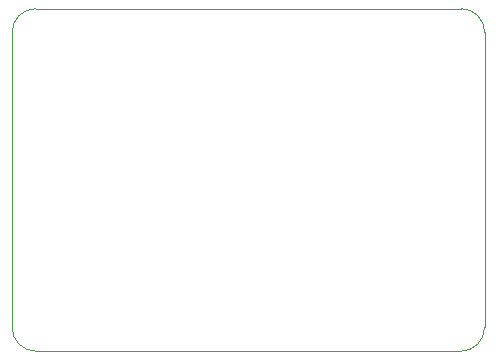
<source format=gbr>
G04 #@! TF.GenerationSoftware,KiCad,Pcbnew,(5.1.8)-1*
G04 #@! TF.CreationDate,2021-01-19T07:45:21+02:00*
G04 #@! TF.ProjectId,reverse,72657665-7273-4652-9e6b-696361645f70,rev?*
G04 #@! TF.SameCoordinates,Original*
G04 #@! TF.FileFunction,Profile,NP*
%FSLAX46Y46*%
G04 Gerber Fmt 4.6, Leading zero omitted, Abs format (unit mm)*
G04 Created by KiCad (PCBNEW (5.1.8)-1) date 2021-01-19 07:45:21*
%MOMM*%
%LPD*%
G01*
G04 APERTURE LIST*
G04 #@! TA.AperFunction,Profile*
%ADD10C,0.050000*%
G04 #@! TD*
G04 APERTURE END LIST*
D10*
X159000000Y-47000000D02*
G75*
G02*
X161000000Y-49000000I0J-2000000D01*
G01*
X161000000Y-74000000D02*
G75*
G02*
X159000000Y-76000000I-2000000J0D01*
G01*
X123000000Y-76000000D02*
G75*
G02*
X121000000Y-74000000I0J2000000D01*
G01*
X121000000Y-49000000D02*
G75*
G02*
X123000000Y-47000000I2000000J0D01*
G01*
X121000000Y-74000000D02*
X121000000Y-49000000D01*
X159000000Y-76000000D02*
X123000000Y-76000000D01*
X161000000Y-49000000D02*
X161000000Y-74000000D01*
X123000000Y-47000000D02*
X159000000Y-47000000D01*
M02*

</source>
